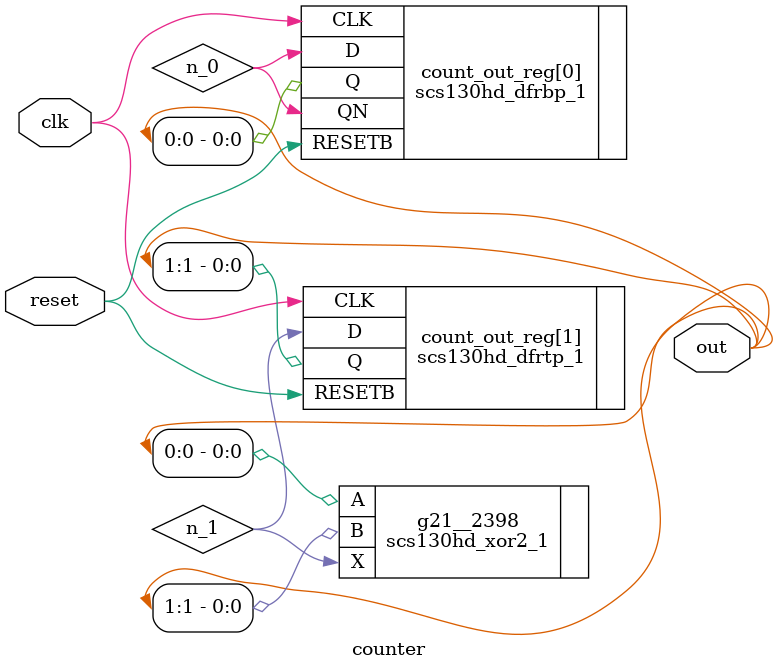
<source format=v>


// Verification Directory fv/counter 

module counter(clk, reset, out);
  input clk, reset;
  output [1:0] out;
  wire clk, reset;
  wire [1:0] out;
  wire n_0, n_1;
  scs130hd_dfrtp_1 \count_out_reg[1] (.RESETB (reset), .CLK (clk), .D
       (n_1), .Q (out[1]));
  scs130hd_xor2_1 g21__2398(.A (out[0]), .B (out[1]), .X (n_1));
  scs130hd_dfrbp_1 \count_out_reg[0] (.RESETB (reset), .CLK (clk), .D
       (n_0), .Q (out[0]), .QN (n_0));
endmodule


</source>
